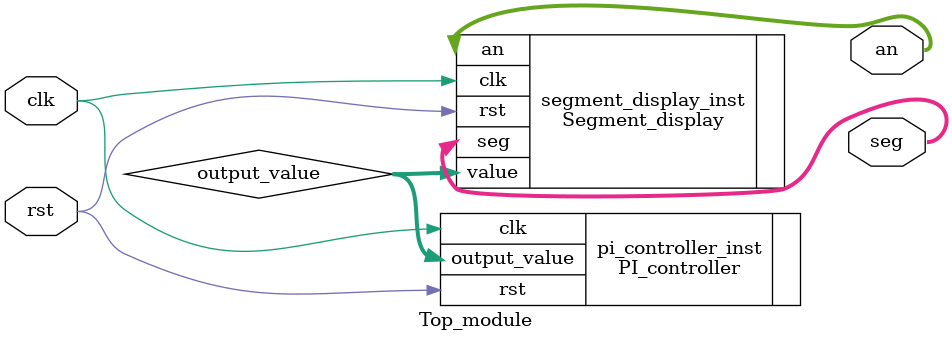
<source format=v>
`timescale 1ns / 1ps


module Top_module(
        input rst,
        input clk,
        output wire [7:0] seg,
        output wire [3:0] an
    );
    
//    reg signed [20:0] target_value;
    wire signed [20:0] output_value;
    
    PI_controller pi_controller_inst(
        .clk(clk),
        .rst(rst),
        .output_value(output_value)
    );
    
    Segment_display segment_display_inst(
        .clk(clk),
        .value(output_value),
        .rst(rst),
        .seg(seg),
        .an(an)
    );
    
//    always @(posedge clk) begin
//        if(~rst == 1) begin
//            target_value <= 200;
//        end
//    end
    
endmodule

</source>
